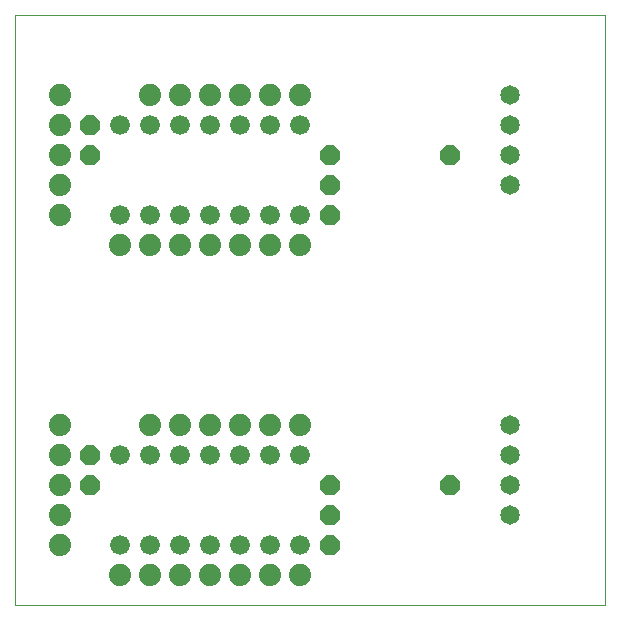
<source format=gtl>
G75*
G70*
%OFA0B0*%
%FSLAX24Y24*%
%IPPOS*%
%LPD*%
%AMOC8*
5,1,8,0,0,1.08239X$1,22.5*
%
%ADD10C,0.0000*%
%ADD11C,0.0660*%
%ADD12OC8,0.0660*%
%ADD13C,0.0650*%
%ADD14C,0.0740*%
D10*
X000150Y000100D02*
X000150Y019785D01*
X019835Y019785D01*
X019835Y000100D01*
X000150Y000100D01*
D11*
X003650Y002100D03*
X004650Y002100D03*
X005650Y002100D03*
X006650Y002100D03*
X007650Y002100D03*
X008650Y002100D03*
X009650Y002100D03*
X009650Y005100D03*
X008650Y005100D03*
X007650Y005100D03*
X006650Y005100D03*
X005650Y005100D03*
X004650Y005100D03*
X003650Y005100D03*
X003650Y013100D03*
X004650Y013100D03*
X005650Y013100D03*
X006650Y013100D03*
X007650Y013100D03*
X008650Y013100D03*
X009650Y013100D03*
X009650Y016100D03*
X008650Y016100D03*
X007650Y016100D03*
X006650Y016100D03*
X005650Y016100D03*
X004650Y016100D03*
X003650Y016100D03*
D12*
X002650Y016100D03*
X002650Y015100D03*
X010650Y015100D03*
X010650Y014100D03*
X010650Y013100D03*
X014650Y015100D03*
X014650Y004100D03*
X010650Y004100D03*
X010650Y003100D03*
X010650Y002100D03*
X002650Y004100D03*
X002650Y005100D03*
D13*
X016650Y005100D03*
X016650Y004100D03*
X016650Y003100D03*
X016650Y006100D03*
X016650Y014100D03*
X016650Y015100D03*
X016650Y016100D03*
X016650Y017100D03*
D14*
X009650Y017100D03*
X008650Y017100D03*
X007650Y017100D03*
X006650Y017100D03*
X005650Y017100D03*
X004650Y017100D03*
X001650Y017100D03*
X001650Y016100D03*
X001650Y015100D03*
X001650Y014100D03*
X001650Y013100D03*
X003650Y012100D03*
X004650Y012100D03*
X005650Y012100D03*
X006650Y012100D03*
X007650Y012100D03*
X008650Y012100D03*
X009650Y012100D03*
X009650Y006100D03*
X008650Y006100D03*
X007650Y006100D03*
X006650Y006100D03*
X005650Y006100D03*
X004650Y006100D03*
X001650Y006100D03*
X001650Y005100D03*
X001650Y004100D03*
X001650Y003100D03*
X001650Y002100D03*
X003650Y001100D03*
X004650Y001100D03*
X005650Y001100D03*
X006650Y001100D03*
X007650Y001100D03*
X008650Y001100D03*
X009650Y001100D03*
M02*

</source>
